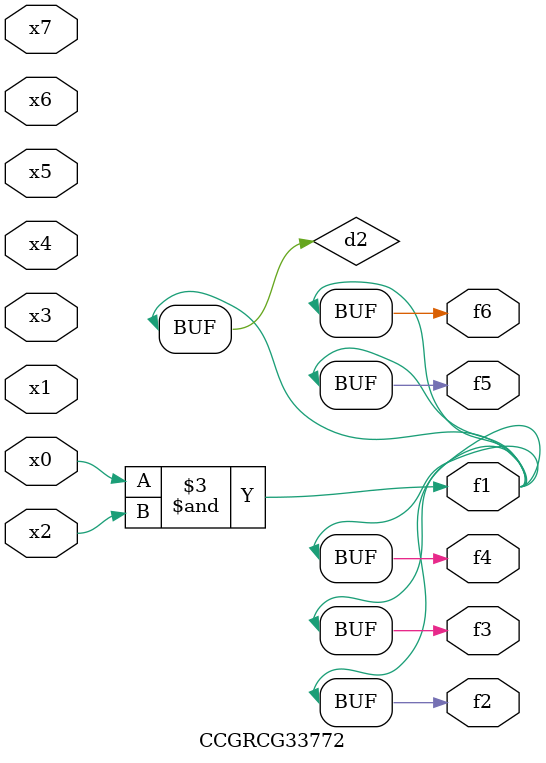
<source format=v>
module CCGRCG33772(
	input x0, x1, x2, x3, x4, x5, x6, x7,
	output f1, f2, f3, f4, f5, f6
);

	wire d1, d2;

	nor (d1, x3, x6);
	and (d2, x0, x2);
	assign f1 = d2;
	assign f2 = d2;
	assign f3 = d2;
	assign f4 = d2;
	assign f5 = d2;
	assign f6 = d2;
endmodule

</source>
